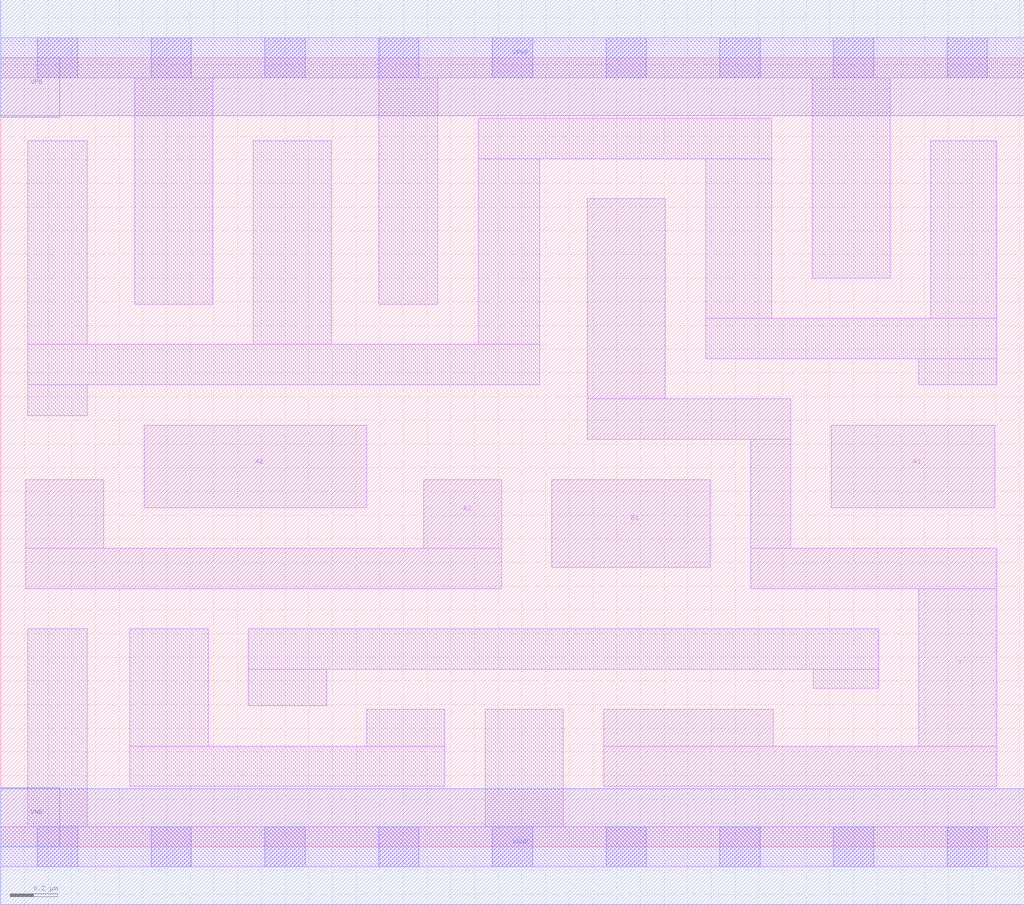
<source format=lef>
# Copyright 2020 The SkyWater PDK Authors
#
# Licensed under the Apache License, Version 2.0 (the "License");
# you may not use this file except in compliance with the License.
# You may obtain a copy of the License at
#
#     https://www.apache.org/licenses/LICENSE-2.0
#
# Unless required by applicable law or agreed to in writing, software
# distributed under the License is distributed on an "AS IS" BASIS,
# WITHOUT WARRANTIES OR CONDITIONS OF ANY KIND, either express or implied.
# See the License for the specific language governing permissions and
# limitations under the License.
#
# SPDX-License-Identifier: Apache-2.0

VERSION 5.5 ;
NAMESCASESENSITIVE ON ;
BUSBITCHARS "[]" ;
DIVIDERCHAR "/" ;
MACRO sky130_fd_sc_hs__a31oi_2
  CLASS CORE ;
  SOURCE USER ;
  ORIGIN  0.000000  0.000000 ;
  SIZE  4.320000 BY  3.330000 ;
  SYMMETRY X Y ;
  SITE unit ;
  PIN A1
    ANTENNAGATEAREA  0.558000 ;
    DIRECTION INPUT ;
    USE SIGNAL ;
    PORT
      LAYER li1 ;
        RECT 3.505000 1.430000 4.195000 1.780000 ;
    END
  END A1
  PIN A2
    ANTENNAGATEAREA  0.558000 ;
    DIRECTION INPUT ;
    USE SIGNAL ;
    PORT
      LAYER li1 ;
        RECT 0.605000 1.430000 1.545000 1.780000 ;
    END
  END A2
  PIN A3
    ANTENNAGATEAREA  0.558000 ;
    DIRECTION INPUT ;
    USE SIGNAL ;
    PORT
      LAYER li1 ;
        RECT 0.105000 1.090000 2.115000 1.260000 ;
        RECT 0.105000 1.260000 0.435000 1.550000 ;
        RECT 1.785000 1.260000 2.115000 1.550000 ;
    END
  END A3
  PIN B1
    ANTENNAGATEAREA  0.447000 ;
    DIRECTION INPUT ;
    USE SIGNAL ;
    PORT
      LAYER li1 ;
        RECT 2.325000 1.180000 2.995000 1.550000 ;
    END
  END B1
  PIN Y
    ANTENNADIFFAREA  1.090800 ;
    DIRECTION OUTPUT ;
    USE SIGNAL ;
    PORT
      LAYER li1 ;
        RECT 2.475000 1.720000 3.335000 1.890000 ;
        RECT 2.475000 1.890000 2.805000 2.735000 ;
        RECT 2.545000 0.255000 4.205000 0.425000 ;
        RECT 2.545000 0.425000 3.260000 0.580000 ;
        RECT 3.165000 1.090000 4.205000 1.260000 ;
        RECT 3.165000 1.260000 3.335000 1.720000 ;
        RECT 3.875000 0.425000 4.205000 1.090000 ;
    END
  END Y
  PIN VGND
    DIRECTION INOUT ;
    USE GROUND ;
    PORT
      LAYER met1 ;
        RECT 0.000000 -0.245000 4.320000 0.245000 ;
    END
  END VGND
  PIN VNB
    DIRECTION INOUT ;
    USE GROUND ;
    PORT
    END
  END VNB
  PIN VPB
    DIRECTION INOUT ;
    USE POWER ;
    PORT
    END
  END VPB
  PIN VNB
    DIRECTION INOUT ;
    USE GROUND ;
    PORT
      LAYER met1 ;
        RECT 0.000000 0.000000 0.250000 0.250000 ;
    END
  END VNB
  PIN VPB
    DIRECTION INOUT ;
    USE POWER ;
    PORT
      LAYER met1 ;
        RECT 0.000000 3.080000 0.250000 3.330000 ;
    END
  END VPB
  PIN VPWR
    DIRECTION INOUT ;
    USE POWER ;
    PORT
      LAYER met1 ;
        RECT 0.000000 3.085000 4.320000 3.575000 ;
    END
  END VPWR
  OBS
    LAYER li1 ;
      RECT 0.000000 -0.085000 4.320000 0.085000 ;
      RECT 0.000000  3.245000 4.320000 3.415000 ;
      RECT 0.115000  0.085000 0.365000 0.920000 ;
      RECT 0.115000  1.820000 0.365000 1.950000 ;
      RECT 0.115000  1.950000 2.275000 2.120000 ;
      RECT 0.115000  2.120000 0.365000 2.980000 ;
      RECT 0.545000  0.255000 1.875000 0.425000 ;
      RECT 0.545000  0.425000 0.875000 0.920000 ;
      RECT 0.565000  2.290000 0.895000 3.245000 ;
      RECT 1.045000  0.595000 1.375000 0.750000 ;
      RECT 1.045000  0.750000 3.705000 0.920000 ;
      RECT 1.065000  2.120000 1.395000 2.980000 ;
      RECT 1.545000  0.425000 1.875000 0.580000 ;
      RECT 1.595000  2.290000 1.845000 3.245000 ;
      RECT 2.015000  2.120000 2.275000 2.905000 ;
      RECT 2.015000  2.905000 3.255000 3.075000 ;
      RECT 2.045000  0.085000 2.375000 0.580000 ;
      RECT 2.975000  2.060000 4.205000 2.230000 ;
      RECT 2.975000  2.230000 3.255000 2.905000 ;
      RECT 3.425000  2.400000 3.755000 3.245000 ;
      RECT 3.430000  0.670000 3.705000 0.750000 ;
      RECT 3.875000  1.950000 4.205000 2.060000 ;
      RECT 3.925000  2.230000 4.205000 2.980000 ;
    LAYER mcon ;
      RECT 0.155000 -0.085000 0.325000 0.085000 ;
      RECT 0.155000  3.245000 0.325000 3.415000 ;
      RECT 0.635000 -0.085000 0.805000 0.085000 ;
      RECT 0.635000  3.245000 0.805000 3.415000 ;
      RECT 1.115000 -0.085000 1.285000 0.085000 ;
      RECT 1.115000  3.245000 1.285000 3.415000 ;
      RECT 1.595000 -0.085000 1.765000 0.085000 ;
      RECT 1.595000  3.245000 1.765000 3.415000 ;
      RECT 2.075000 -0.085000 2.245000 0.085000 ;
      RECT 2.075000  3.245000 2.245000 3.415000 ;
      RECT 2.555000 -0.085000 2.725000 0.085000 ;
      RECT 2.555000  3.245000 2.725000 3.415000 ;
      RECT 3.035000 -0.085000 3.205000 0.085000 ;
      RECT 3.035000  3.245000 3.205000 3.415000 ;
      RECT 3.515000 -0.085000 3.685000 0.085000 ;
      RECT 3.515000  3.245000 3.685000 3.415000 ;
      RECT 3.995000 -0.085000 4.165000 0.085000 ;
      RECT 3.995000  3.245000 4.165000 3.415000 ;
  END
END sky130_fd_sc_hs__a31oi_2
END LIBRARY

</source>
